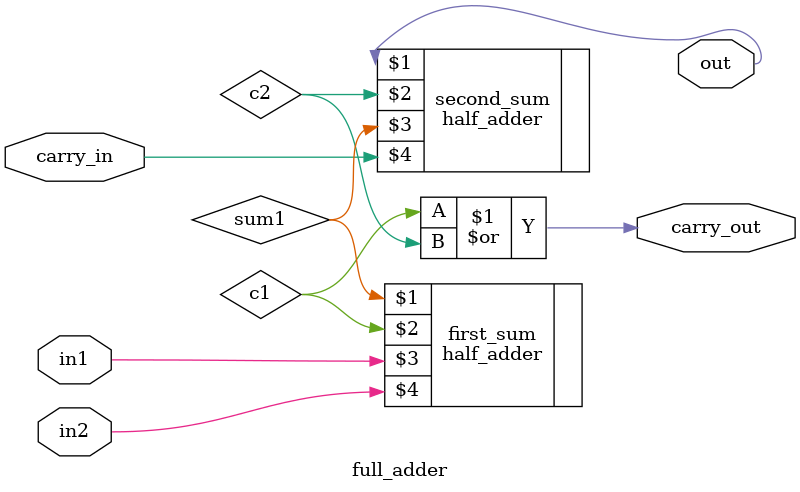
<source format=v>
module full_adder(out, carry_out, in1, in2, carry_in);
input in1, in2, carry_in;
output out, carry_out;
wire sum1, c1, c2;

half_adder first_sum(sum1, c1, in1, in2);
half_adder second_sum(out, c2, sum1, carry_in);
or carry(carry_out, c1, c2);

endmodule
</source>
